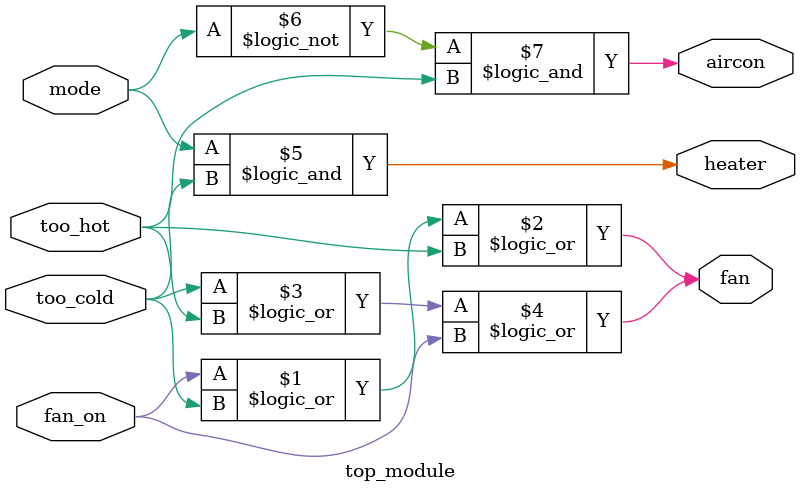
<source format=sv>
module top_module(
	input mode,
	input too_cold, 
	input too_hot,
	input fan_on,
	output heater,
	output aircon,
	output fan
);

    reg fan;

    assign fan = (fan_on || too_cold || too_hot);

    assign fan = (too_cold || too_hot || fan_on);

    assign heater = (mode && too_cold);
    assign aircon = (!mode && too_hot);

endmodule

</source>
